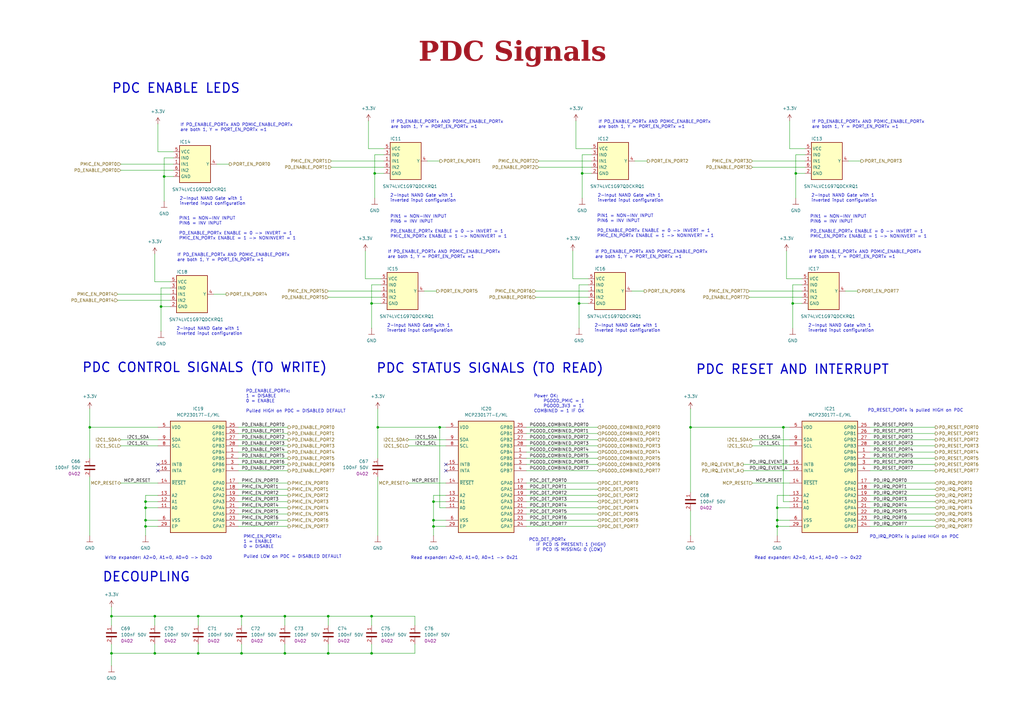
<source format=kicad_sch>
(kicad_sch (version 20250114) (generator "eeschema") (generator_version "9.0")
  (paper "A3")
  (title_block (title "PDC Signals") (date "2026-02-05") (rev "1.0.0") (company "DvidMakesThings"))
  (lib_symbols
    (symbol "DS_Capacitor_0402:100nF 50V 0402"
      (property "Reference" "C" (at 3.81 2.032 0))
      (property "Value" "100nF 50V" (at 3.81 0 0))
      (property "FOOTPRINT_SHORT" "0402" (at 3.81 -2.032 0))
      (symbol "100nF 50V 0402_1_1"
        (pin passive line (at 0 3.81 270) (length 2.794) (name "~") (number "1"))
        (pin passive line (at 0 -3.81 90) (length 2.794) (name "~") (number "2"))
      )
    )
    (symbol "DS_Peripherals:MCP23017T-E/ML"
      (property "Reference" "IC" (at -9.398 24.892 0))
      (property "Value" "MCP23017T-E/ML" (at -0.254 -24.892 0))
      (symbol "MCP23017T-E/ML_1_1"
        (pin power_in line (at -16.51 20.32 0) (length 5.08) (name "VDD") (number "5"))
        (pin bidirectional line (at -16.51 15.24 0) (length 5.08) (name "SDA") (number "9"))
        (pin input line (at -16.51 12.7 0) (length 5.08) (name "SCL") (number "8"))
        (pin no_connect line (at -16.51 10.16 0) (length 5.08) (hide yes) (name "NC") (number "7"))
        (pin no_connect line (at -16.51 7.62 0) (length 5.08) (hide yes) (name "NC") (number "10"))
        (pin tri_state line (at -16.51 5.08 0) (length 5.08) (name "INTB") (number "15"))
        (pin tri_state line (at -16.51 2.54 0) (length 5.08) (name "INTA") (number "16"))
        (pin input line (at -16.51 -2.54 0) (length 5.08) (name "~{RESET}") (number "14"))
        (pin input line (at -16.51 -7.62 0) (length 5.08) (name "A2") (number "13"))
        (pin input line (at -16.51 -10.16 0) (length 5.08) (name "A1") (number "12"))
        (pin input line (at -16.51 -12.7 0) (length 5.08) (name "A0") (number "11"))
        (pin power_in line (at -16.51 -17.78 0) (length 5.08) (name "VSS") (number "6"))
        (pin passive line (at -16.51 -20.32 0) (length 5.08) (name "EP") (number "29"))
        (pin bidirectional line (at 16.51 20.32 180) (length 5.08) (name "GPB0") (number "25"))
        (pin bidirectional line (at 16.51 17.78 180) (length 5.08) (name "GPB1") (number "26"))
        (pin bidirectional line (at 16.51 15.24 180) (length 5.08) (name "GPB2") (number "27"))
        (pin bidirectional line (at 16.51 12.7 180) (length 5.08) (name "GPB3") (number "28"))
        (pin bidirectional line (at 16.51 10.16 180) (length 5.08) (name "GPB4") (number "1"))
        (pin bidirectional line (at 16.51 7.62 180) (length 5.08) (name "GPB5") (number "2"))
        (pin bidirectional line (at 16.51 5.08 180) (length 5.08) (name "GPB6") (number "3"))
        (pin output line (at 16.51 2.54 180) (length 5.08) (name "GPB7") (number "4"))
        (pin bidirectional line (at 16.51 -2.54 180) (length 5.08) (name "GPA0") (number "17"))
        (pin bidirectional line (at 16.51 -5.08 180) (length 5.08) (name "GPA1") (number "18"))
        (pin bidirectional line (at 16.51 -7.62 180) (length 5.08) (name "GPA2") (number "19"))
        (pin bidirectional line (at 16.51 -10.16 180) (length 5.08) (name "GPA3") (number "20"))
        (pin bidirectional line (at 16.51 -12.7 180) (length 5.08) (name "GPA4") (number "21"))
        (pin bidirectional line (at 16.51 -15.24 180) (length 5.08) (name "GPA5") (number "22"))
        (pin bidirectional line (at 16.51 -17.78 180) (length 5.08) (name "GPA6") (number "23"))
        (pin output line (at 16.51 -20.32 180) (length 5.08) (name "GPA7") (number "24"))
      )
    )
    (symbol "DS_Peripherals:SN74LVC1G97QDCKRQ1"
      (property "Reference" "IC" (at -6.35 9.144 0))
      (property "Value" "SN74LVC1G97QDCKRQ1" (at 1.778 -9.652 0))
      (symbol "SN74LVC1G97QDCKRQ1_1_1"
        (pin power_in line (at -8.89 5.08 0) (length 2.54) (name "VCC") (number "5"))
        (pin passive line (at -8.89 2.54 0) (length 2.54) (name "IN0") (number "3"))
        (pin passive line (at -8.89 0 0) (length 2.54) (name "IN1") (number "1"))
        (pin passive line (at -8.89 -2.54 0) (length 2.54) (name "IN2") (number "6"))
        (pin power_in line (at -8.89 -5.08 0) (length 2.54) (name "GND") (number "2"))
        (pin passive line (at 8.89 0 180) (length 2.54) (name "Y") (number "4"))
      )
    )
    (symbol "DS_Supply:GND" (power) (pin_numbers (hide yes)) (pin_names (offset 0) (hide yes))
      (property "Value" "GND" (at 0 -3.81 0))
      (symbol "GND_1_1"
        (pin power_in line (at 0 0 270) (length 0) (name "~") (number "1"))
      )
    )
    (symbol "power:+3.3V" (power) (pin_numbers (hide yes)) (pin_names (offset 0) (hide yes))
      (property "Value" "+3.3V" (at 0 3.556 0))
      (symbol "+3.3V_1_1"
        (pin power_in line (at 0 0 90) (length 0) (name "~") (number "1"))
      )
    )
  )
  (text "2-Input NAND Gate with 1 \ninverted input configuration" (at 331.47 134.62 0) (effects (font (size 1.27 1.27)) (justify left)))
  (text "PIN1 = NON-INV INPUT\nPIN6 = INV INPUT\n\nPD_ENABLE_PORTx ENABLE = 0 -> INVERT = 1\nPMIC_EN_PORTx ENABLE = 1 -> NONINVERT = 1" (at 332.232 92.964 0) (effects (font (size 1.27 1.27)) (justify left)))
  (text "DECOUPLING" (at 41.91 236.728 0) (effects (font (size 3.81 3.81) (thickness 0.508) (bold yes)) (justify left)))
  (text "Write expander: A2=0, A1=0, A0=0 -> 0x20" (at 42.926 228.854 0) (effects (font (size 1.27 1.27)) (justify left)))
  (text "2-Input NAND Gate with 1 \ninverted input configuration" (at 243.84 134.62 0) (effects (font (size 1.27 1.27)) (justify left)))
  (text "If PD_ENABLE_PORTx AND PDMIC_ENABLE_PORTx \nare both 1, Y = PORT_EN_PORTx =1" (at 331.724 104.394 0) (effects (font (size 1.27 1.27)) (justify left)))
  (text "PD_IRQ_PORTx is pulled HIGH on PDC" (at 356.616 220.218 0) (effects (font (size 1.27 1.27)) (justify left)))
  (text "If PD_ENABLE_PORTx AND PDMIC_ENABLE_PORTx \nare both 1, Y = PORT_EN_PORTx =1" (at 332.994 51.054 0) (effects (font (size 1.27 1.27)) (justify left)))
  (text "If PD_ENABLE_PORTx AND PDMIC_ENABLE_PORTx \nare both 1, Y = PORT_EN_PORTx =1" (at 159.004 104.394 0) (effects (font (size 1.27 1.27)) (justify left)))
  (text "If PD_ENABLE_PORTx AND PDMIC_ENABLE_PORTx \nare both 1, Y = PORT_EN_PORTx =1" (at 245.364 51.054 0) (effects (font (size 1.27 1.27)) (justify left)))
  (text "PIN1 = NON-INV INPUT\nPIN6 = INV INPUT\n\nPD_ENABLE_PORTx ENABLE = 0 -> INVERT = 1\nPMIC_EN_PORTx ENABLE = 1 -> NONINVERT = 1" (at 244.856 92.71 0) (effects (font (size 1.27 1.27)) (justify left)))
  (text "If PD_ENABLE_PORTx AND PDMIC_ENABLE_PORTx \nare both 1, Y = PORT_EN_PORTx =1" (at 244.094 104.394 0) (effects (font (size 1.27 1.27)) (justify left)))
  (text "PD_ENABLE_PORTx: \n1 = DISABLE\n0 = ENABLE\n\nPulled HIGH on PDC = DISABLED DEFAULT" (at 100.838 164.592 0) (effects (font (size 1.27 1.27)) (justify left)))
  (text "Read expander: A2=0, A1=1, A0=0 -> 0x22" (at 309.372 228.854 0) (effects (font (size 1.27 1.27)) (justify left)))
  (text "PDC RESET AND INTERRUPT" (at 285.242 151.638 0) (effects (font (size 3.81 3.81) (thickness 0.508) (bold yes)) (justify left)))
  (text "If PD_ENABLE_PORTx AND PDMIC_ENABLE_PORTx \nare both 1, Y = PORT_EN_PORTx =1" (at 160.274 51.054 0) (effects (font (size 1.27 1.27)) (justify left)))
  (text "If PD_ENABLE_PORTx AND PDMIC_ENABLE_PORTx \nare both 1, Y = PORT_EN_PORTx =1" (at 72.644 105.664 0) (effects (font (size 1.27 1.27)) (justify left)))
  (text "2-Input NAND Gate with 1 \ninverted input configuration" (at 158.75 134.62 0) (effects (font (size 1.27 1.27)) (justify left)))
  (text "2-Input NAND Gate with 1 \ninverted input configuration" (at 160.02 81.28 0) (effects (font (size 1.27 1.27)) (justify left)))
  (text "PCD_DET_PORTx \n   IF PCD IS PRESENT: 1 (HIGH)\n   IF PCD IS MISSING: 0 (LOW)" (at 216.916 223.52 0) (effects (font (size 1.27 1.27)) (justify left)))
  (text "PDC STATUS SIGNALS (TO READ)" (at 154.178 151.13 0) (effects (font (size 3.81 3.81) (thickness 0.508) (bold yes)) (justify left)))
  (text "PD_RESET_PORTx is pulled HIGH on PDC" (at 355.854 168.402 0) (effects (font (size 1.27 1.27)) (justify left)))
  (text "2-Input NAND Gate with 1 \ninverted input configuration" (at 245.11 81.28 0) (effects (font (size 1.27 1.27)) (justify left)))
  (text "PIN1 = NON-INV INPUT\nPIN6 = INV INPUT\n\nPD_ENABLE_PORTx ENABLE = 0 -> INVERT = 1\nPMIC_EN_PORTx ENABLE = 1 -> NONINVERT = 1" (at 160.02 92.964 0) (effects (font (size 1.27 1.27)) (justify left)))
  (text "2-Input NAND Gate with 1 \ninverted input configuration" (at 73.66 82.55 0) (effects (font (size 1.27 1.27)) (justify left)))
  (text "2-Input NAND Gate with 1 \ninverted input configuration" (at 332.74 81.28 0) (effects (font (size 1.27 1.27)) (justify left)))
  (text "Read expander: A2=0, A1=0, A0=1 -> 0x21" (at 168.402 228.854 0) (effects (font (size 1.27 1.27)) (justify left)))
  (text "2-Input NAND Gate with 1 \ninverted input configuration" (at 72.39 135.89 0) (effects (font (size 1.27 1.27)) (justify left)))
  (text "PDC CONTROL SIGNALS (TO WRITE)" (at 33.528 150.876 0) (effects (font (size 3.81 3.81) (thickness 0.508) (bold yes)) (justify left)))
  (text "Power OK: \n    PGOOD_PMIC = 1\n    PGOOD_3V3 = 1\nCOMBINED = 1 IF OK" (at 218.948 165.608 0) (effects (font (size 1.27 1.27)) (justify left)))
  (text "If PD_ENABLE_PORTx AND PDMIC_ENABLE_PORTx \nare both 1, Y = PORT_EN_PORTx =1" (at 73.914 52.324 0) (effects (font (size 1.27 1.27)) (justify left)))
  (text "PMIC_EN_PORTx: \n1 = ENABLE\n0 = DISABLE\n\nPulled LOW on PDC = DISABLED DEFAULT" (at 99.822 224.282 0) (effects (font (size 1.27 1.27)) (justify left)))
  (text "PDC ENABLE LEDS" (at 45.72 36.322 0) (effects (font (size 3.81 3.81) (thickness 0.508) (bold yes)) (justify left)))
  (text "PIN1 = NON-INV INPUT\nPIN6 = INV INPUT\n\nPD_ENABLE_PORTx ENABLE = 0 -> INVERT = 1\nPMIC_EN_PORTx ENABLE = 1 -> NONINVERT = 1" (at 73.406 93.726 0) (effects (font (size 1.27 1.27)) (justify left)))
  (text_box "PDC Signals" (at 12.7 15.24 0) (size 394.97 12.7) (margins 5.9999 5.9999 5.9999 5.9999) (stroke (width -0.0001)) (effects (font (size 8 8) (thickness 1.2) (bold yes))))
  (junction (at 153.67 71.12))
  (junction (at 99.06 267.97))
  (junction (at 237.49 124.46))
  (junction (at 59.69 215.9))
  (junction (at 59.69 208.28))
  (junction (at 152.4 124.46))
  (junction (at 116.84 267.97))
  (junction (at 154.94 175.26))
  (junction (at 63.5 267.97))
  (junction (at 318.77 215.9))
  (junction (at 326.39 71.12))
  (junction (at 152.4 252.73))
  (junction (at 283.21 175.26))
  (junction (at 318.77 208.28))
  (junction (at 177.8 213.36))
  (junction (at 238.76 71.12))
  (junction (at 63.5 252.73))
  (junction (at 36.83 175.26))
  (junction (at 81.28 267.97))
  (junction (at 59.69 205.74))
  (junction (at 134.62 252.73))
  (junction (at 66.04 125.73))
  (junction (at 180.34 175.26))
  (junction (at 45.72 267.97))
  (junction (at 177.8 205.74))
  (junction (at 116.84 252.73))
  (junction (at 99.06 252.73))
  (junction (at 177.8 215.9))
  (junction (at 325.12 124.46))
  (junction (at 318.77 213.36))
  (junction (at 134.62 267.97))
  (junction (at 67.31 72.39))
  (junction (at 45.72 252.73))
  (junction (at 152.4 267.97))
  (junction (at 59.69 213.36))
  (junction (at 81.28 252.73))
  (junction (at 321.31 175.26))
  (no_connect (at 64.77 190.5))
  (no_connect (at 64.77 193.04))
  (no_connect (at 182.88 193.04))
  (no_connect (at 182.88 190.5))
  (wire (pts (xy 220.98 66.04) (xy 242.57 66.04)))
  (wire (pts (xy 326.39 71.12) (xy 326.39 81.28)))
  (wire (pts (xy 59.69 215.9) (xy 59.69 219.71)))
  (wire (pts (xy 81.28 252.73) (xy 81.28 256.54)))
  (wire (pts (xy 215.9 175.26) (xy 245.11 175.26)))
  (wire (pts (xy 215.9 198.12) (xy 245.11 198.12)))
  (wire (pts (xy 177.8 213.36) (xy 182.88 213.36)))
  (wire (pts (xy 64.77 62.23) (xy 71.12 62.23)))
  (wire (pts (xy 264.16 119.38) (xy 259.08 119.38)))
  (wire (pts (xy 215.9 190.5) (xy 245.11 190.5)))
  (wire (pts (xy 321.31 205.74) (xy 321.31 175.26)))
  (wire (pts (xy 151.13 49.53) (xy 151.13 60.96)))
  (wire (pts (xy 152.4 124.46) (xy 152.4 134.62)))
  (wire (pts (xy 383.54 190.5) (xy 356.87 190.5)))
  (wire (pts (xy 383.54 193.04) (xy 356.87 193.04)))
  (wire (pts (xy 135.89 66.04) (xy 157.48 66.04)))
  (wire (pts (xy 177.8 213.36) (xy 177.8 215.9)))
  (wire (pts (xy 134.62 267.97) (xy 152.4 267.97)))
  (wire (pts (xy 283.21 175.26) (xy 321.31 175.26)))
  (wire (pts (xy 97.79 200.66) (xy 118.11 200.66)))
  (wire (pts (xy 215.9 203.2) (xy 245.11 203.2)))
  (wire (pts (xy 304.8 190.5) (xy 323.85 190.5)))
  (wire (pts (xy 64.77 50.8) (xy 64.77 62.23)))
  (wire (pts (xy 237.49 116.84) (xy 237.49 124.46)))
  (wire (pts (xy 383.54 198.12) (xy 356.87 198.12)))
  (wire (pts (xy 49.53 67.31) (xy 71.12 67.31)))
  (wire (pts (xy 59.69 213.36) (xy 64.77 213.36)))
  (wire (pts (xy 318.77 208.28) (xy 323.85 208.28)))
  (wire (pts (xy 134.62 121.92) (xy 156.21 121.92)))
  (wire (pts (xy 322.58 114.3) (xy 328.93 114.3)))
  (wire (pts (xy 242.57 63.5) (xy 238.76 63.5)))
  (wire (pts (xy 45.72 252.73) (xy 45.72 256.54)))
  (wire (pts (xy 177.8 215.9) (xy 177.8 219.71)))
  (wire (pts (xy 99.06 252.73) (xy 99.06 256.54)))
  (wire (pts (xy 92.71 120.65) (xy 87.63 120.65)))
  (wire (pts (xy 383.54 185.42) (xy 356.87 185.42)))
  (wire (pts (xy 323.85 205.74) (xy 321.31 205.74)))
  (wire (pts (xy 97.79 215.9) (xy 118.11 215.9)))
  (wire (pts (xy 59.69 203.2) (xy 59.69 205.74)))
  (wire (pts (xy 383.54 200.66) (xy 356.87 200.66)))
  (wire (pts (xy 152.4 267.97) (xy 170.18 267.97)))
  (wire (pts (xy 157.48 71.12) (xy 153.67 71.12)))
  (wire (pts (xy 36.83 167.64) (xy 36.83 175.26)))
  (wire (pts (xy 59.69 215.9) (xy 64.77 215.9)))
  (wire (pts (xy 283.21 167.64) (xy 283.21 175.26)))
  (wire (pts (xy 156.21 116.84) (xy 152.4 116.84)))
  (wire (pts (xy 241.3 124.46) (xy 237.49 124.46)))
  (wire (pts (xy 152.4 267.97) (xy 152.4 264.16)))
  (wire (pts (xy 97.79 187.96) (xy 118.11 187.96)))
  (wire (pts (xy 153.67 71.12) (xy 153.67 81.28)))
  (wire (pts (xy 97.79 177.8) (xy 118.11 177.8)))
  (wire (pts (xy 215.9 208.28) (xy 245.11 208.28)))
  (wire (pts (xy 318.77 203.2) (xy 318.77 208.28)))
  (wire (pts (xy 215.9 200.66) (xy 245.11 200.66)))
  (wire (pts (xy 238.76 63.5) (xy 238.76 71.12)))
  (wire (pts (xy 318.77 213.36) (xy 318.77 215.9)))
  (wire (pts (xy 308.61 180.34) (xy 323.85 180.34)))
  (wire (pts (xy 59.69 205.74) (xy 59.69 208.28)))
  (wire (pts (xy 182.88 208.28) (xy 180.34 208.28)))
  (wire (pts (xy 179.07 119.38) (xy 173.99 119.38)))
  (wire (pts (xy 242.57 71.12) (xy 238.76 71.12)))
  (wire (pts (xy 81.28 252.73) (xy 99.06 252.73)))
  (wire (pts (xy 182.88 175.26) (xy 180.34 175.26)))
  (wire (pts (xy 283.21 175.26) (xy 283.21 201.93)))
  (wire (pts (xy 328.93 116.84) (xy 325.12 116.84)))
  (wire (pts (xy 318.77 213.36) (xy 323.85 213.36)))
  (wire (pts (xy 59.69 208.28) (xy 59.69 213.36)))
  (wire (pts (xy 134.62 252.73) (xy 152.4 252.73)))
  (wire (pts (xy 234.95 114.3) (xy 241.3 114.3)))
  (wire (pts (xy 241.3 116.84) (xy 237.49 116.84)))
  (wire (pts (xy 63.5 267.97) (xy 81.28 267.97)))
  (wire (pts (xy 63.5 252.73) (xy 81.28 252.73)))
  (wire (pts (xy 383.54 205.74) (xy 356.87 205.74)))
  (wire (pts (xy 383.54 208.28) (xy 356.87 208.28)))
  (wire (pts (xy 180.34 66.04) (xy 175.26 66.04)))
  (wire (pts (xy 71.12 64.77) (xy 67.31 64.77)))
  (wire (pts (xy 170.18 252.73) (xy 170.18 256.54)))
  (wire (pts (xy 215.9 185.42) (xy 245.11 185.42)))
  (wire (pts (xy 134.62 267.97) (xy 134.62 264.16)))
  (wire (pts (xy 177.8 215.9) (xy 182.88 215.9)))
  (wire (pts (xy 318.77 215.9) (xy 323.85 215.9)))
  (wire (pts (xy 177.8 203.2) (xy 177.8 205.74)))
  (wire (pts (xy 321.31 175.26) (xy 323.85 175.26)))
  (wire (pts (xy 383.54 203.2) (xy 356.87 203.2)))
  (wire (pts (xy 66.04 125.73) (xy 66.04 135.89)))
  (wire (pts (xy 135.89 68.58) (xy 157.48 68.58)))
  (wire (pts (xy 152.4 252.73) (xy 152.4 256.54)))
  (wire (pts (xy 308.61 68.58) (xy 330.2 68.58)))
  (wire (pts (xy 45.72 273.05) (xy 45.72 267.97)))
  (wire (pts (xy 116.84 252.73) (xy 134.62 252.73)))
  (wire (pts (xy 152.4 252.73) (xy 170.18 252.73)))
  (wire (pts (xy 383.54 187.96) (xy 356.87 187.96)))
  (wire (pts (xy 81.28 267.97) (xy 99.06 267.97)))
  (wire (pts (xy 326.39 63.5) (xy 326.39 71.12)))
  (wire (pts (xy 149.86 102.87) (xy 149.86 114.3)))
  (wire (pts (xy 97.79 193.04) (xy 118.11 193.04)))
  (wire (pts (xy 383.54 177.8) (xy 356.87 177.8)))
  (wire (pts (xy 97.79 210.82) (xy 118.11 210.82)))
  (wire (pts (xy 234.95 102.87) (xy 234.95 114.3)))
  (wire (pts (xy 215.9 177.8) (xy 245.11 177.8)))
  (wire (pts (xy 99.06 267.97) (xy 99.06 264.16)))
  (wire (pts (xy 323.85 203.2) (xy 318.77 203.2)))
  (wire (pts (xy 167.64 180.34) (xy 182.88 180.34)))
  (wire (pts (xy 328.93 124.46) (xy 325.12 124.46)))
  (wire (pts (xy 134.62 252.73) (xy 134.62 256.54)))
  (wire (pts (xy 99.06 252.73) (xy 116.84 252.73)))
  (wire (pts (xy 151.13 60.96) (xy 157.48 60.96)))
  (wire (pts (xy 323.85 49.53) (xy 323.85 60.96)))
  (wire (pts (xy 48.26 123.19) (xy 69.85 123.19)))
  (wire (pts (xy 215.9 193.04) (xy 245.11 193.04)))
  (wire (pts (xy 49.53 198.12) (xy 64.77 198.12)))
  (wire (pts (xy 93.98 67.31) (xy 88.9 67.31)))
  (wire (pts (xy 330.2 71.12) (xy 326.39 71.12)))
  (wire (pts (xy 45.72 252.73) (xy 63.5 252.73)))
  (wire (pts (xy 325.12 124.46) (xy 325.12 134.62)))
  (wire (pts (xy 59.69 213.36) (xy 59.69 215.9)))
  (wire (pts (xy 215.9 213.36) (xy 245.11 213.36)))
  (wire (pts (xy 45.72 248.92) (xy 45.72 252.73)))
  (wire (pts (xy 48.26 120.65) (xy 69.85 120.65)))
  (wire (pts (xy 220.98 68.58) (xy 242.57 68.58)))
  (wire (pts (xy 64.77 175.26) (xy 36.83 175.26)))
  (wire (pts (xy 64.77 203.2) (xy 59.69 203.2)))
  (wire (pts (xy 325.12 116.84) (xy 325.12 124.46)))
  (wire (pts (xy 49.53 182.88) (xy 64.77 182.88)))
  (wire (pts (xy 383.54 215.9) (xy 356.87 215.9)))
  (wire (pts (xy 170.18 267.97) (xy 170.18 264.16)))
  (wire (pts (xy 318.77 215.9) (xy 318.77 219.71)))
  (wire (pts (xy 71.12 72.39) (xy 67.31 72.39)))
  (wire (pts (xy 383.54 210.82) (xy 356.87 210.82)))
  (wire (pts (xy 49.53 69.85) (xy 71.12 69.85)))
  (wire (pts (xy 156.21 124.46) (xy 152.4 124.46)))
  (wire (pts (xy 383.54 182.88) (xy 356.87 182.88)))
  (wire (pts (xy 63.5 104.14) (xy 63.5 115.57)))
  (wire (pts (xy 167.64 198.12) (xy 182.88 198.12)))
  (wire (pts (xy 237.49 124.46) (xy 237.49 134.62)))
  (wire (pts (xy 304.8 193.04) (xy 323.85 193.04)))
  (wire (pts (xy 318.77 208.28) (xy 318.77 213.36)))
  (wire (pts (xy 97.79 208.28) (xy 118.11 208.28)))
  (wire (pts (xy 180.34 175.26) (xy 154.94 175.26)))
  (wire (pts (xy 307.34 121.92) (xy 328.93 121.92)))
  (wire (pts (xy 236.22 49.53) (xy 236.22 60.96)))
  (wire (pts (xy 97.79 185.42) (xy 118.11 185.42)))
  (wire (pts (xy 36.83 219.71) (xy 36.83 195.58)))
  (wire (pts (xy 97.79 205.74) (xy 118.11 205.74)))
  (wire (pts (xy 265.43 66.04) (xy 260.35 66.04)))
  (wire (pts (xy 236.22 60.96) (xy 242.57 60.96)))
  (wire (pts (xy 45.72 267.97) (xy 63.5 267.97)))
  (wire (pts (xy 351.79 119.38) (xy 346.71 119.38)))
  (wire (pts (xy 383.54 180.34) (xy 356.87 180.34)))
  (wire (pts (xy 49.53 180.34) (xy 64.77 180.34)))
  (wire (pts (xy 167.64 182.88) (xy 182.88 182.88)))
  (wire (pts (xy 308.61 66.04) (xy 330.2 66.04)))
  (wire (pts (xy 97.79 190.5) (xy 118.11 190.5)))
  (wire (pts (xy 63.5 115.57) (xy 69.85 115.57)))
  (wire (pts (xy 215.9 215.9) (xy 245.11 215.9)))
  (wire (pts (xy 308.61 182.88) (xy 323.85 182.88)))
  (wire (pts (xy 154.94 219.71) (xy 154.94 195.58)))
  (wire (pts (xy 383.54 175.26) (xy 356.87 175.26)))
  (wire (pts (xy 177.8 205.74) (xy 182.88 205.74)))
  (wire (pts (xy 215.9 187.96) (xy 245.11 187.96)))
  (wire (pts (xy 63.5 252.73) (xy 63.5 256.54)))
  (wire (pts (xy 283.21 219.71) (xy 283.21 209.55)))
  (wire (pts (xy 99.06 267.97) (xy 116.84 267.97)))
  (wire (pts (xy 152.4 116.84) (xy 152.4 124.46)))
  (wire (pts (xy 45.72 267.97) (xy 45.72 264.16)))
  (wire (pts (xy 215.9 210.82) (xy 245.11 210.82)))
  (wire (pts (xy 330.2 63.5) (xy 326.39 63.5)))
  (wire (pts (xy 154.94 167.64) (xy 154.94 175.26)))
  (wire (pts (xy 97.79 213.36) (xy 118.11 213.36)))
  (wire (pts (xy 383.54 213.36) (xy 356.87 213.36)))
  (wire (pts (xy 69.85 125.73) (xy 66.04 125.73)))
  (wire (pts (xy 97.79 203.2) (xy 118.11 203.2)))
  (wire (pts (xy 67.31 72.39) (xy 67.31 82.55)))
  (wire (pts (xy 59.69 208.28) (xy 64.77 208.28)))
  (wire (pts (xy 215.9 205.74) (xy 245.11 205.74)))
  (wire (pts (xy 116.84 267.97) (xy 134.62 267.97)))
  (wire (pts (xy 66.04 118.11) (xy 66.04 125.73)))
  (wire (pts (xy 149.86 114.3) (xy 156.21 114.3)))
  (wire (pts (xy 134.62 119.38) (xy 156.21 119.38)))
  (wire (pts (xy 322.58 102.87) (xy 322.58 114.3)))
  (wire (pts (xy 69.85 118.11) (xy 66.04 118.11)))
  (wire (pts (xy 97.79 175.26) (xy 118.11 175.26)))
  (wire (pts (xy 157.48 63.5) (xy 153.67 63.5)))
  (wire (pts (xy 323.85 60.96) (xy 330.2 60.96)))
  (wire (pts (xy 182.88 203.2) (xy 177.8 203.2)))
  (wire (pts (xy 215.9 182.88) (xy 245.11 182.88)))
  (wire (pts (xy 219.71 121.92) (xy 241.3 121.92)))
  (wire (pts (xy 63.5 267.97) (xy 63.5 264.16)))
  (wire (pts (xy 238.76 71.12) (xy 238.76 81.28)))
  (wire (pts (xy 177.8 205.74) (xy 177.8 213.36)))
  (wire (pts (xy 307.34 119.38) (xy 328.93 119.38)))
  (wire (pts (xy 353.06 66.04) (xy 347.98 66.04)))
  (wire (pts (xy 219.71 119.38) (xy 241.3 119.38)))
  (wire (pts (xy 116.84 252.73) (xy 116.84 256.54)))
  (wire (pts (xy 97.79 180.34) (xy 118.11 180.34)))
  (wire (pts (xy 97.79 198.12) (xy 118.11 198.12)))
  (wire (pts (xy 81.28 267.97) (xy 81.28 264.16)))
  (wire (pts (xy 36.83 175.26) (xy 36.83 187.96)))
  (wire (pts (xy 97.79 182.88) (xy 118.11 182.88)))
  (wire (pts (xy 154.94 175.26) (xy 154.94 187.96)))
  (wire (pts (xy 116.84 267.97) (xy 116.84 264.16)))
  (wire (pts (xy 215.9 180.34) (xy 245.11 180.34)))
  (wire (pts (xy 59.69 205.74) (xy 64.77 205.74)))
  (wire (pts (xy 67.31 64.77) (xy 67.31 72.39)))
  (wire (pts (xy 180.34 208.28) (xy 180.34 175.26)))
  (wire (pts (xy 308.61 198.12) (xy 323.85 198.12)))
  (wire (pts (xy 153.67 63.5) (xy 153.67 71.12)))
  (label "PDC_DET_PORT0" (at 217.17 198.12 0))
  (label "PD_ENABLE_PORT5" (at 99.06 187.96 0))
  (label "PD_RESET_PORT5" (at 358.14 187.96 0))
  (label "MCP_RESET" (at 50.8 198.12 0))
  (label "PD_IRQ_EVENT_A" (at 307.34 193.04 0))
  (label "MCP_RESET" (at 309.88 198.12 0))
  (label "PD_IRQ_PORT5" (at 358.14 210.82 0))
  (label "I2C1_SDA" (at 52.07 180.34 0))
  (label "PD_RESET_PORT2" (at 358.14 180.34 0))
  (label "I2C1_SCL" (at 311.15 182.88 0))
  (label "PMIC_EN_PORT3" (at 99.06 205.74 0))
  (label "PMIC_EN_PORT1" (at 99.06 200.66 0))
  (label "I2C1_SCL" (at 52.07 182.88 0))
  (label "PD_IRQ_PORT4" (at 358.14 208.28 0))
  (label "PD_IRQ_PORT6" (at 358.14 213.36 0))
  (label "PD_RESET_PORT1" (at 358.14 177.8 0))
  (label "PD_IRQ_PORT1" (at 358.14 200.66 0))
  (label "PD_IRQ_PORT3" (at 358.14 205.74 0))
  (label "PGOOD_COMBINED_PORT3" (at 217.17 182.88 0))
  (label "PDC_DET_PORT2" (at 217.17 203.2 0))
  (label "I2C1_SCL" (at 170.18 182.88 0))
  (label "PD_ENABLE_PORT1" (at 99.06 177.8 0))
  (label "PD_ENABLE_PORT7" (at 99.06 193.04 0))
  (label "PD_RESET_PORT4" (at 358.14 185.42 0))
  (label "PMIC_EN_PORT6" (at 99.06 213.36 0))
  (label "MCP_RESET" (at 168.91 198.12 0))
  (label "I2C1_SDA" (at 311.15 180.34 0))
  (label "PGOOD_COMBINED_PORT1" (at 217.17 177.8 0))
  (label "PGOOD_COMBINED_PORT5" (at 217.17 187.96 0))
  (label "PDC_DET_PORT4" (at 217.17 208.28 0))
  (label "PDC_DET_PORT6" (at 217.17 213.36 0))
  (label "PD_IRQ_PORT7" (at 358.14 215.9 0))
  (label "PGOOD_COMBINED_PORT0" (at 217.17 175.26 0))
  (label "PMIC_EN_PORT5" (at 99.06 210.82 0))
  (label "PMIC_EN_PORT0" (at 99.06 198.12 0))
  (label "PD_RESET_PORT7" (at 358.14 193.04 0))
  (label "PD_IRQ_EVENT_B" (at 307.34 190.5 0))
  (label "PMIC_EN_PORT7" (at 99.06 215.9 0))
  (label "PGOOD_COMBINED_PORT7" (at 217.17 193.04 0))
  (label "PD_ENABLE_PORT6" (at 99.06 190.5 0))
  (label "PD_RESET_PORT6" (at 358.14 190.5 0))
  (label "PD_ENABLE_PORT3" (at 99.06 182.88 0))
  (label "PD_RESET_PORT3" (at 358.14 182.88 0))
  (label "PGOOD_COMBINED_PORT2" (at 217.17 180.34 0))
  (label "PGOOD_COMBINED_PORT6" (at 217.17 190.5 0))
  (label "PD_ENABLE_PORT0" (at 99.06 175.26 0))
  (label "PD_IRQ_PORT0" (at 358.14 198.12 0))
  (label "PD_RESET_PORT0" (at 358.14 175.26 0))
  (label "PMIC_EN_PORT4" (at 99.06 208.28 0))
  (label "PDC_DET_PORT1" (at 217.17 200.66 0))
  (label "PDC_DET_PORT3" (at 217.17 205.74 0))
  (label "PD_IRQ_PORT2" (at 358.14 203.2 0))
  (label "PMIC_EN_PORT2" (at 99.06 203.2 0))
  (label "PDC_DET_PORT7" (at 217.17 215.9 0))
  (label "PD_ENABLE_PORT2" (at 99.06 180.34 0))
  (label "I2C1_SDA" (at 170.18 180.34 0))
  (label "PGOOD_COMBINED_PORT4" (at 217.17 185.42 0))
  (label "PDC_DET_PORT5" (at 217.17 210.82 0))
  (label "PD_ENABLE_PORT4" (at 99.06 185.42 0))
  (hierarchical_label "PD_ENABLE_PORT2" (shape output) (at 118.11 180.34 0))
  (hierarchical_label "PMIC_EN_PORT3" (shape input) (at 308.61 66.04 180))
  (hierarchical_label "PD_IRQ_PORT3" (shape input) (at 383.54 205.74 0))
  (hierarchical_label "PD_RESET_PORT0" (shape output) (at 383.54 175.26 0))
  (hierarchical_label "PD_ENABLE_PORT3" (shape input) (at 308.61 68.58 180))
  (hierarchical_label "MCP_RESET" (shape bidirectional) (at 49.53 198.12 180))
  (hierarchical_label "PMIC_EN_PORT6" (shape input) (at 219.71 119.38 180))
  (hierarchical_label "PD_ENABLE_PORT1" (shape input) (at 135.89 68.58 180))
  (hierarchical_label "PGOOD_COMBINED_PORT2" (shape input) (at 245.11 180.34 0))
  (hierarchical_label "I2C1_SDA" (shape bidirectional) (at 308.61 180.34 180))
  (hierarchical_label "PD_ENABLE_PORT3" (shape output) (at 118.11 182.88 0))
  (hierarchical_label "PD_ENABLE_PORT2" (shape input) (at 220.98 68.58 180))
  (hierarchical_label "PMIC_EN_PORT7" (shape input) (at 307.34 119.38 180))
  (hierarchical_label "PORT_EN_PORT0" (shape output) (at 93.98 67.31 0))
  (hierarchical_label "PD_RESET_PORT5" (shape output) (at 383.54 187.96 0))
  (hierarchical_label "PGOOD_COMBINED_PORT7" (shape input) (at 245.11 193.04 0))
  (hierarchical_label "PGOOD_COMBINED_PORT0" (shape input) (at 245.11 175.26 0))
  (hierarchical_label "PDC_DET_PORT2" (shape input) (at 245.11 203.2 0))
  (hierarchical_label "PD_RESET_PORT1" (shape output) (at 383.54 177.8 0))
  (hierarchical_label "PGOOD_COMBINED_PORT6" (shape input) (at 245.11 190.5 0))
  (hierarchical_label "PORT_EN_PORT7" (shape output) (at 351.79 119.38 0))
  (hierarchical_label "PDC_DET_PORT5" (shape input) (at 245.11 210.82 0))
  (hierarchical_label "PGOOD_COMBINED_PORT5" (shape input) (at 245.11 187.96 0))
  (hierarchical_label "PORT_EN_PORT1" (shape output) (at 180.34 66.04 0))
  (hierarchical_label "PD_IRQ_PORT0" (shape input) (at 383.54 198.12 0))
  (hierarchical_label "I2C1_SCL" (shape input) (at 49.53 182.88 180))
  (hierarchical_label "PD_IRQ_EVENT_A" (shape output) (at 304.8 193.04 180))
  (hierarchical_label "PMIC_EN_PORT4" (shape output) (at 118.11 208.28 0))
  (hierarchical_label "PD_IRQ_EVENT_B" (shape output) (at 304.8 190.5 180))
  (hierarchical_label "PD_RESET_PORT2" (shape output) (at 383.54 180.34 0))
  (hierarchical_label "PMIC_EN_PORT1" (shape input) (at 135.89 66.04 180))
  (hierarchical_label "PD_ENABLE_PORT1" (shape output) (at 118.11 177.8 0))
  (hierarchical_label "PD_IRQ_PORT4" (shape input) (at 383.54 208.28 0))
  (hierarchical_label "PD_ENABLE_PORT0" (shape input) (at 49.53 69.85 180))
  (hierarchical_label "PORT_EN_PORT6" (shape output) (at 264.16 119.38 0))
  (hierarchical_label "PD_IRQ_PORT1" (shape input) (at 383.54 200.66 0))
  (hierarchical_label "PDC_DET_PORT0" (shape input) (at 245.11 198.12 0))
  (hierarchical_label "PMIC_EN_PORT4" (shape input) (at 48.26 120.65 180))
  (hierarchical_label "PMIC_EN_PORT1" (shape output) (at 118.11 200.66 0))
  (hierarchical_label "PD_ENABLE_PORT4" (shape output) (at 118.11 185.42 0))
  (hierarchical_label "I2C1_SCL" (shape input) (at 167.64 182.88 180))
  (hierarchical_label "PD_IRQ_PORT5" (shape input) (at 383.54 210.82 0))
  (hierarchical_label "PMIC_EN_PORT5" (shape output) (at 118.11 210.82 0))
  (hierarchical_label "PORT_EN_PORT5" (shape output) (at 179.07 119.38 0))
  (hierarchical_label "PDC_DET_PORT4" (shape input) (at 245.11 208.28 0))
  (hierarchical_label "PMIC_EN_PORT6" (shape output) (at 118.11 213.36 0))
  (hierarchical_label "I2C1_SDA" (shape bidirectional) (at 49.53 180.34 180))
  (hierarchical_label "I2C1_SDA" (shape bidirectional) (at 167.64 180.34 180))
  (hierarchical_label "PDC_DET_PORT3" (shape input) (at 245.11 205.74 0))
  (hierarchical_label "PD_ENABLE_PORT0" (shape output) (at 118.11 175.26 0))
  (hierarchical_label "PORT_EN_PORT4" (shape output) (at 92.71 120.65 0))
  (hierarchical_label "PMIC_EN_PORT2" (shape output) (at 118.11 203.2 0))
  (hierarchical_label "PORT_EN_PORT2" (shape output) (at 265.43 66.04 0))
  (hierarchical_label "PD_ENABLE_PORT6" (shape output) (at 118.11 190.5 0))
  (hierarchical_label "PD_ENABLE_PORT5" (shape output) (at 118.11 187.96 0))
  (hierarchical_label "PGOOD_COMBINED_PORT1" (shape input) (at 245.11 177.8 0))
  (hierarchical_label "PD_RESET_PORT4" (shape output) (at 383.54 185.42 0))
  (hierarchical_label "PGOOD_COMBINED_PORT4" (shape input) (at 245.11 185.42 0))
  (hierarchical_label "PD_ENABLE_PORT4" (shape input) (at 48.26 123.19 180))
  (hierarchical_label "PGOOD_COMBINED_PORT3" (shape input) (at 245.11 182.88 0))
  (hierarchical_label "PMIC_EN_PORT7" (shape output) (at 118.11 215.9 0))
  (hierarchical_label "PD_RESET_PORT3" (shape output) (at 383.54 182.88 0))
  (hierarchical_label "PMIC_EN_PORT0" (shape output) (at 118.11 198.12 0))
  (hierarchical_label "PMIC_EN_PORT5" (shape input) (at 134.62 119.38 180))
  (hierarchical_label "PMIC_EN_PORT0" (shape input) (at 49.53 67.31 180))
  (hierarchical_label "PD_ENABLE_PORT7" (shape output) (at 118.11 193.04 0))
  (hierarchical_label "PD_ENABLE_PORT5" (shape input) (at 134.62 121.92 180))
  (hierarchical_label "PDC_DET_PORT6" (shape input) (at 245.11 213.36 0))
  (hierarchical_label "PD_ENABLE_PORT7" (shape input) (at 307.34 121.92 180))
  (hierarchical_label "PD_RESET_PORT7" (shape output) (at 383.54 193.04 0))
  (hierarchical_label "I2C1_SCL" (shape input) (at 308.61 182.88 180))
  (hierarchical_label "PD_ENABLE_PORT6" (shape input) (at 219.71 121.92 180))
  (hierarchical_label "MCP_RESET" (shape input) (at 308.61 198.12 180))
  (hierarchical_label "PDC_DET_PORT1" (shape input) (at 245.11 200.66 0))
  (hierarchical_label "PD_IRQ_PORT7" (shape input) (at 383.54 215.9 0))
  (hierarchical_label "PMIC_EN_PORT3" (shape output) (at 118.11 205.74 0))
  (hierarchical_label "PORT_EN_PORT3" (shape output) (at 353.06 66.04 0))
  (hierarchical_label "PMIC_EN_PORT2" (shape input) (at 220.98 66.04 180))
  (hierarchical_label "PD_IRQ_PORT2" (shape input) (at 383.54 203.2 0))
  (hierarchical_label "PDC_DET_PORT7" (shape input) (at 245.11 215.9 0))
  (hierarchical_label "PD_IRQ_PORT6" (shape input) (at 383.54 213.36 0))
  (hierarchical_label "PD_RESET_PORT6" (shape output) (at 383.54 190.5 0))
  (hierarchical_label "MCP_RESET" (shape bidirectional) (at 167.64 198.12 180))
  (symbol (lib_id "DS_Capacitor_0402:100nF 50V 0402") (at 283.21 205.74 0) (unit 1)
    (property "Reference" "C68" (at 287.02 203.1999 0) (effects (justify left)))
    (property "Value" "100nF 50V" (at 287.02 205.7399 0) (effects (justify left)))
    (property "Footprint" "Capacitor_SMD:C_0402_1005Metric" (effects (hide yes)))
    (property "Description" "50V 100nF X7R ±10% 0402 Multilayer Ceramic Capacitors MLCC - SMD/SMT ROHS" (effects (hide yes)))
    (property "FOOTPRINT_SHORT" "0402" (at 287.02 208.2799 0) (effects (justify left)))
    (property "ROHS" "YES" (effects (hide yes)))
    (property "LCSC_PART" "C307331" (effects (hide yes)))
  )
  (symbol (lib_id "power:+3.3V") (at 149.86 102.87 0) (unit 1)
    (property "Reference" "#PWR0207" (effects (hide yes)))
    (property "Value" "+3.3V" (at 149.86 97.79 0))
    (property "Description" "Power symbol creates a global label with name \"+3.3V\"" (effects (hide yes)))
  )
  (symbol (lib_id "DS_Supply:GND") (at 283.21 219.71 0) (unit 1)
    (property "Reference" "#PWR0222" (effects (hide yes)))
    (property "Value" "GND" (at 283.21 224.79 0))
    (property "Description" "Power symbol creates a global label with name \"GND\" , ground" (effects (hide yes)))
  )
  (symbol (lib_id "DS_Peripherals:MCP23017T-E/ML") (at 199.39 195.58 0) (unit 1)
    (property "Reference" "IC20" (at 199.39 167.64 0))
    (property "Value" "MCP23017T-E/ML" (at 199.39 170.18 0))
    (property "Footprint" "DS_Peripherals:QFN-28-1EP_6x6mm_P0.65mm_EP4.25x4.25mm_ThermalVias" (effects (hide yes)))
    (property "Datasheet" "https://ww1.microchip.com/downloads/aemDocuments/documents/APID/ProductDocuments/DataSheets/MCP23017-Data-Sheet-DS20001952.pdf" (effects (hide yes)))
    (property "Description" "I/O Expander 16 I2C 1.7 MHz 28-QFN (6x6)" (effects (hide yes)))
    (property "MPN" "MCP23017T-E/ML" (effects (hide yes)))
    (property "MFR" "Microchip Technology" (effects (hide yes)))
    (property "LCSC_PART" "C629439" (effects (hide yes)))
    (property "DIST1" "https://www.digikey.at/en/products/detail/microchip-technology/MCP23017T-E-ML/964183" (effects (hide yes)))
    (property "ROHS" "YES" (effects (hide yes)))
  )
  (symbol (lib_id "power:+3.3V") (at 154.94 167.64 0) (mirror y) (unit 1)
    (property "Reference" "#PWR0216" (effects (hide yes)))
    (property "Value" "+3.3V" (at 154.94 162.56 0))
    (property "Description" "Power symbol creates a global label with name \"+3.3V\"" (effects (hide yes)))
  )
  (symbol (lib_id "DS_Capacitor_0402:100nF 50V 0402") (at 99.06 260.35 0) (unit 1)
    (property "Reference" "C72" (at 102.87 257.8099 0) (effects (justify left)))
    (property "Value" "100nF 50V" (at 102.87 260.3499 0) (effects (justify left)))
    (property "Footprint" "Capacitor_SMD:C_0402_1005Metric" (effects (hide yes)))
    (property "Description" "50V 100nF X7R ±10% 0402 Multilayer Ceramic Capacitors MLCC - SMD/SMT ROHS" (effects (hide yes)))
    (property "FOOTPRINT_SHORT" "0402" (at 102.87 262.8899 0) (effects (justify left)))
    (property "ROHS" "YES" (effects (hide yes)))
    (property "LCSC_PART" "C307331" (effects (hide yes)))
  )
  (symbol (lib_id "power:+3.3V") (at 234.95 102.87 0) (unit 1)
    (property "Reference" "#PWR0208" (effects (hide yes)))
    (property "Value" "+3.3V" (at 234.95 97.79 0))
    (property "Description" "Power symbol creates a global label with name \"+3.3V\"" (effects (hide yes)))
  )
  (symbol (lib_id "power:+3.3V") (at 64.77 50.8 0) (unit 1)
    (property "Reference" "#PWR0202" (effects (hide yes)))
    (property "Value" "+3.3V" (at 64.77 45.72 0))
    (property "Description" "Power symbol creates a global label with name \"+3.3V\"" (effects (hide yes)))
  )
  (symbol (lib_id "DS_Peripherals:SN74LVC1G97QDCKRQ1") (at 166.37 66.04 0) (unit 1)
    (property "Reference" "IC11" (at 162.306 56.896 0))
    (property "Value" "SN74LVC1G97QDCKRQ1" (at 168.148 76.454 0))
    (property "Footprint" "DS_Peripherals:SOT-363_SC-70-6" (effects (hide yes)))
    (property "Datasheet" "https://www.ti.com/general/docs/suppproductinfo.tsp?distId=10&gotoUrl=https%3A%2F%2Fwww.ti.com%2Flit%2Fgpn%2Fsn74lvc1g97-q1" (effects (hide yes)))
    (property "Description" "Configurable Multiple Function Configurable 1 Circuit 3 Input SC-70-6" (effects (hide yes)))
    (property "MPN" "SN74LVC1G97QDCKRQ1" (effects (hide yes)))
    (property "MFR" "Texas Instruments" (effects (hide yes)))
    (property "LCSC_PART" "C179911" (effects (hide yes)))
    (property "DIST1" "https://www.digikey.de/en/products/detail/texas-instruments/sn74lvc1g97qdckrq1/716453" (effects (hide yes)))
    (property "ROHS" "YES" (effects (hide yes)))
  )
  (symbol (lib_id "power:+3.3V") (at 236.22 49.53 0) (unit 1)
    (property "Reference" "#PWR0200" (effects (hide yes)))
    (property "Value" "+3.3V" (at 236.22 44.45 0))
    (property "Description" "Power symbol creates a global label with name \"+3.3V\"" (effects (hide yes)))
  )
  (symbol (lib_id "DS_Capacitor_0402:100nF 50V 0402") (at 170.18 260.35 0) (unit 1)
    (property "Reference" "C76" (at 173.99 257.8099 0) (effects (justify left)))
    (property "Value" "100nF 50V" (at 173.99 260.3499 0) (effects (justify left)))
    (property "Footprint" "Capacitor_SMD:C_0402_1005Metric" (effects (hide yes)))
    (property "Description" "50V 100nF X7R ±10% 0402 Multilayer Ceramic Capacitors MLCC - SMD/SMT ROHS" (effects (hide yes)))
    (property "FOOTPRINT_SHORT" "0402" (at 173.99 262.8899 0) (effects (justify left)))
    (property "ROHS" "YES" (effects (hide yes)))
    (property "LCSC_PART" "C307331" (effects (hide yes)))
  )
  (symbol (lib_id "power:+3.3V") (at 36.83 167.64 0) (mirror y) (unit 1)
    (property "Reference" "#PWR0215" (effects (hide yes)))
    (property "Value" "+3.3V" (at 36.83 162.56 0))
    (property "Description" "Power symbol creates a global label with name \"+3.3V\"" (effects (hide yes)))
  )
  (symbol (lib_id "DS_Supply:GND") (at 325.12 134.62 0) (unit 1)
    (property "Reference" "#PWR0213" (effects (hide yes)))
    (property "Value" "GND" (at 325.12 139.7 0))
    (property "Description" "Power symbol creates a global label with name \"GND\" , ground" (effects (hide yes)))
  )
  (symbol (lib_id "power:+3.3V") (at 322.58 102.87 0) (unit 1)
    (property "Reference" "#PWR0209" (effects (hide yes)))
    (property "Value" "+3.3V" (at 322.58 97.79 0))
    (property "Description" "Power symbol creates a global label with name \"+3.3V\"" (effects (hide yes)))
  )
  (symbol (lib_id "DS_Peripherals:SN74LVC1G97QDCKRQ1") (at 80.01 67.31 0) (unit 1)
    (property "Reference" "IC14" (at 75.946 58.166 0))
    (property "Value" "SN74LVC1G97QDCKRQ1" (at 81.788 77.724 0))
    (property "Footprint" "DS_Peripherals:SOT-363_SC-70-6" (effects (hide yes)))
    (property "Datasheet" "https://www.ti.com/general/docs/suppproductinfo.tsp?distId=10&gotoUrl=https%3A%2F%2Fwww.ti.com%2Flit%2Fgpn%2Fsn74lvc1g97-q1" (effects (hide yes)))
    (property "Description" "Configurable Multiple Function Configurable 1 Circuit 3 Input SC-70-6" (effects (hide yes)))
    (property "MPN" "SN74LVC1G97QDCKRQ1" (effects (hide yes)))
    (property "MFR" "Texas Instruments" (effects (hide yes)))
    (property "LCSC_PART" "C179911" (effects (hide yes)))
    (property "DIST1" "https://www.digikey.de/en/products/detail/texas-instruments/sn74lvc1g97qdckrq1/716453" (effects (hide yes)))
    (property "ROHS" "YES" (effects (hide yes)))
  )
  (symbol (lib_id "DS_Capacitor_0402:100nF 50V 0402") (at 63.5 260.35 0) (unit 1)
    (property "Reference" "C70" (at 67.31 257.8099 0) (effects (justify left)))
    (property "Value" "100nF 50V" (at 67.31 260.3499 0) (effects (justify left)))
    (property "Footprint" "Capacitor_SMD:C_0402_1005Metric" (effects (hide yes)))
    (property "Description" "50V 100nF X7R ±10% 0402 Multilayer Ceramic Capacitors MLCC - SMD/SMT ROHS" (effects (hide yes)))
    (property "FOOTPRINT_SHORT" "0402" (at 67.31 262.8899 0) (effects (justify left)))
    (property "ROHS" "YES" (effects (hide yes)))
    (property "LCSC_PART" "C307331" (effects (hide yes)))
  )
  (symbol (lib_id "DS_Supply:GND") (at 45.72 273.05 0) (unit 1)
    (property "Reference" "#PWR0225" (effects (hide yes)))
    (property "Value" "GND" (at 45.72 278.13 0))
    (property "Description" "Power symbol creates a global label with name \"GND\" , ground" (effects (hide yes)))
  )
  (symbol (lib_id "DS_Supply:GND") (at 67.31 82.55 0) (unit 1)
    (property "Reference" "#PWR0206" (effects (hide yes)))
    (property "Value" "GND" (at 67.31 87.63 0))
    (property "Description" "Power symbol creates a global label with name \"GND\" , ground" (effects (hide yes)))
  )
  (symbol (lib_id "DS_Peripherals:SN74LVC1G97QDCKRQ1") (at 339.09 66.04 0) (unit 1)
    (property "Reference" "IC13" (at 335.026 56.896 0))
    (property "Value" "SN74LVC1G97QDCKRQ1" (at 340.868 76.454 0))
    (property "Footprint" "DS_Peripherals:SOT-363_SC-70-6" (effects (hide yes)))
    (property "Datasheet" "https://www.ti.com/general/docs/suppproductinfo.tsp?distId=10&gotoUrl=https%3A%2F%2Fwww.ti.com%2Flit%2Fgpn%2Fsn74lvc1g97-q1" (effects (hide yes)))
    (property "Description" "Configurable Multiple Function Configurable 1 Circuit 3 Input SC-70-6" (effects (hide yes)))
    (property "MPN" "SN74LVC1G97QDCKRQ1" (effects (hide yes)))
    (property "MFR" "Texas Instruments" (effects (hide yes)))
    (property "LCSC_PART" "C179911" (effects (hide yes)))
    (property "DIST1" "https://www.digikey.de/en/products/detail/texas-instruments/sn74lvc1g97qdckrq1/716453" (effects (hide yes)))
    (property "ROHS" "YES" (effects (hide yes)))
  )
  (symbol (lib_id "power:+3.3V") (at 63.5 104.14 0) (unit 1)
    (property "Reference" "#PWR0210" (effects (hide yes)))
    (property "Value" "+3.3V" (at 63.5 99.06 0))
    (property "Description" "Power symbol creates a global label with name \"+3.3V\"" (effects (hide yes)))
  )
  (symbol (lib_id "DS_Supply:GND") (at 152.4 134.62 0) (unit 1)
    (property "Reference" "#PWR0211" (effects (hide yes)))
    (property "Value" "GND" (at 152.4 139.7 0))
    (property "Description" "Power symbol creates a global label with name \"GND\" , ground" (effects (hide yes)))
  )
  (symbol (lib_id "DS_Supply:GND") (at 59.69 219.71 0) (unit 1)
    (property "Reference" "#PWR0219" (effects (hide yes)))
    (property "Value" "GND" (at 59.69 224.79 0))
    (property "Description" "Power symbol creates a global label with name \"GND\" , ground" (effects (hide yes)))
  )
  (symbol (lib_id "DS_Supply:GND") (at 237.49 134.62 0) (unit 1)
    (property "Reference" "#PWR0212" (effects (hide yes)))
    (property "Value" "GND" (at 237.49 139.7 0))
    (property "Description" "Power symbol creates a global label with name \"GND\" , ground" (effects (hide yes)))
  )
  (symbol (lib_id "DS_Capacitor_0402:100nF 50V 0402") (at 45.72 260.35 0) (unit 1)
    (property "Reference" "C69" (at 49.53 257.8099 0) (effects (justify left)))
    (property "Value" "100nF 50V" (at 49.53 260.3499 0) (effects (justify left)))
    (property "Footprint" "Capacitor_SMD:C_0402_1005Metric" (effects (hide yes)))
    (property "Description" "50V 100nF X7R ±10% 0402 Multilayer Ceramic Capacitors MLCC - SMD/SMT ROHS" (effects (hide yes)))
    (property "FOOTPRINT_SHORT" "0402" (at 49.53 262.8899 0) (effects (justify left)))
    (property "ROHS" "YES" (effects (hide yes)))
    (property "LCSC_PART" "C307331" (effects (hide yes)))
  )
  (symbol (lib_id "DS_Peripherals:SN74LVC1G97QDCKRQ1") (at 165.1 119.38 0) (unit 1)
    (property "Reference" "IC15" (at 161.036 110.236 0))
    (property "Value" "SN74LVC1G97QDCKRQ1" (at 166.878 129.794 0))
    (property "Footprint" "DS_Peripherals:SOT-363_SC-70-6" (effects (hide yes)))
    (property "Datasheet" "https://www.ti.com/general/docs/suppproductinfo.tsp?distId=10&gotoUrl=https%3A%2F%2Fwww.ti.com%2Flit%2Fgpn%2Fsn74lvc1g97-q1" (effects (hide yes)))
    (property "Description" "Configurable Multiple Function Configurable 1 Circuit 3 Input SC-70-6" (effects (hide yes)))
    (property "MPN" "SN74LVC1G97QDCKRQ1" (effects (hide yes)))
    (property "MFR" "Texas Instruments" (effects (hide yes)))
    (property "LCSC_PART" "C179911" (effects (hide yes)))
    (property "DIST1" "https://www.digikey.de/en/products/detail/texas-instruments/sn74lvc1g97qdckrq1/716453" (effects (hide yes)))
    (property "ROHS" "YES" (effects (hide yes)))
  )
  (symbol (lib_id "DS_Peripherals:MCP23017T-E/ML") (at 81.28 195.58 0) (unit 1)
    (property "Reference" "IC19" (at 81.28 167.64 0))
    (property "Value" "MCP23017T-E/ML" (at 81.28 170.18 0))
    (property "Footprint" "DS_Peripherals:QFN-28-1EP_6x6mm_P0.65mm_EP4.25x4.25mm_ThermalVias" (effects (hide yes)))
    (property "Datasheet" "https://ww1.microchip.com/downloads/aemDocuments/documents/APID/ProductDocuments/DataSheets/MCP23017-Data-Sheet-DS20001952.pdf" (effects (hide yes)))
    (property "Description" "I/O Expander 16 I2C 1.7 MHz 28-QFN (6x6)" (effects (hide yes)))
    (property "MPN" "MCP23017T-E/ML" (effects (hide yes)))
    (property "MFR" "Microchip Technology" (effects (hide yes)))
    (property "LCSC_PART" "C629439" (effects (hide yes)))
    (property "DIST1" "https://www.digikey.at/en/products/detail/microchip-technology/MCP23017T-E-ML/964183" (effects (hide yes)))
    (property "ROHS" "YES" (effects (hide yes)))
  )
  (symbol (lib_id "DS_Supply:GND") (at 238.76 81.28 0) (unit 1)
    (property "Reference" "#PWR0204" (effects (hide yes)))
    (property "Value" "GND" (at 238.76 86.36 0))
    (property "Description" "Power symbol creates a global label with name \"GND\" , ground" (effects (hide yes)))
  )
  (symbol (lib_id "DS_Peripherals:SN74LVC1G97QDCKRQ1") (at 250.19 119.38 0) (unit 1)
    (property "Reference" "IC16" (at 246.126 110.236 0))
    (property "Value" "SN74LVC1G97QDCKRQ1" (at 251.968 129.794 0))
    (property "Footprint" "DS_Peripherals:SOT-363_SC-70-6" (effects (hide yes)))
    (property "Datasheet" "https://www.ti.com/general/docs/suppproductinfo.tsp?distId=10&gotoUrl=https%3A%2F%2Fwww.ti.com%2Flit%2Fgpn%2Fsn74lvc1g97-q1" (effects (hide yes)))
    (property "Description" "Configurable Multiple Function Configurable 1 Circuit 3 Input SC-70-6" (effects (hide yes)))
    (property "MPN" "SN74LVC1G97QDCKRQ1" (effects (hide yes)))
    (property "MFR" "Texas Instruments" (effects (hide yes)))
    (property "LCSC_PART" "C179911" (effects (hide yes)))
    (property "DIST1" "https://www.digikey.de/en/products/detail/texas-instruments/sn74lvc1g97qdckrq1/716453" (effects (hide yes)))
    (property "ROHS" "YES" (effects (hide yes)))
  )
  (symbol (lib_id "DS_Supply:GND") (at 66.04 135.89 0) (unit 1)
    (property "Reference" "#PWR0214" (effects (hide yes)))
    (property "Value" "GND" (at 66.04 140.97 0))
    (property "Description" "Power symbol creates a global label with name \"GND\" , ground" (effects (hide yes)))
  )
  (symbol (lib_id "DS_Supply:GND") (at 36.83 219.71 0) (unit 1)
    (property "Reference" "#PWR0218" (effects (hide yes)))
    (property "Value" "GND" (at 36.83 224.79 0))
    (property "Description" "Power symbol creates a global label with name \"GND\" , ground" (effects (hide yes)))
  )
  (symbol (lib_id "DS_Supply:GND") (at 318.77 219.71 0) (unit 1)
    (property "Reference" "#PWR0223" (effects (hide yes)))
    (property "Value" "GND" (at 318.77 224.79 0))
    (property "Description" "Power symbol creates a global label with name \"GND\" , ground" (effects (hide yes)))
  )
  (symbol (lib_id "DS_Peripherals:SN74LVC1G97QDCKRQ1") (at 251.46 66.04 0) (unit 1)
    (property "Reference" "IC12" (at 247.396 56.896 0))
    (property "Value" "SN74LVC1G97QDCKRQ1" (at 253.238 76.454 0))
    (property "Footprint" "DS_Peripherals:SOT-363_SC-70-6" (effects (hide yes)))
    (property "Datasheet" "https://www.ti.com/general/docs/suppproductinfo.tsp?distId=10&gotoUrl=https%3A%2F%2Fwww.ti.com%2Flit%2Fgpn%2Fsn74lvc1g97-q1" (effects (hide yes)))
    (property "Description" "Configurable Multiple Function Configurable 1 Circuit 3 Input SC-70-6" (effects (hide yes)))
    (property "MPN" "SN74LVC1G97QDCKRQ1" (effects (hide yes)))
    (property "MFR" "Texas Instruments" (effects (hide yes)))
    (property "LCSC_PART" "C179911" (effects (hide yes)))
    (property "DIST1" "https://www.digikey.de/en/products/detail/texas-instruments/sn74lvc1g97qdckrq1/716453" (effects (hide yes)))
    (property "ROHS" "YES" (effects (hide yes)))
  )
  (symbol (lib_id "power:+3.3V") (at 45.72 248.92 0) (mirror y) (unit 1)
    (property "Reference" "#PWR0224" (effects (hide yes)))
    (property "Value" "+3.3V" (at 45.72 243.84 0))
    (property "Description" "Power symbol creates a global label with name \"+3.3V\"" (effects (hide yes)))
  )
  (symbol (lib_id "DS_Supply:GND") (at 153.67 81.28 0) (unit 1)
    (property "Reference" "#PWR0203" (effects (hide yes)))
    (property "Value" "GND" (at 153.67 86.36 0))
    (property "Description" "Power symbol creates a global label with name \"GND\" , ground" (effects (hide yes)))
  )
  (symbol (lib_id "DS_Capacitor_0402:100nF 50V 0402") (at 81.28 260.35 0) (unit 1)
    (property "Reference" "C71" (at 85.09 257.8099 0) (effects (justify left)))
    (property "Value" "100nF 50V" (at 85.09 260.3499 0) (effects (justify left)))
    (property "Footprint" "Capacitor_SMD:C_0402_1005Metric" (effects (hide yes)))
    (property "Description" "50V 100nF X7R ±10% 0402 Multilayer Ceramic Capacitors MLCC - SMD/SMT ROHS" (effects (hide yes)))
    (property "FOOTPRINT_SHORT" "0402" (at 85.09 262.8899 0) (effects (justify left)))
    (property "ROHS" "YES" (effects (hide yes)))
    (property "LCSC_PART" "C307331" (effects (hide yes)))
  )
  (symbol (lib_id "DS_Supply:GND") (at 326.39 81.28 0) (unit 1)
    (property "Reference" "#PWR0205" (effects (hide yes)))
    (property "Value" "GND" (at 326.39 86.36 0))
    (property "Description" "Power symbol creates a global label with name \"GND\" , ground" (effects (hide yes)))
  )
  (symbol (lib_id "power:+3.3V") (at 151.13 49.53 0) (unit 1)
    (property "Reference" "#PWR0199" (effects (hide yes)))
    (property "Value" "+3.3V" (at 151.13 44.45 0))
    (property "Description" "Power symbol creates a global label with name \"+3.3V\"" (effects (hide yes)))
  )
  (symbol (lib_id "DS_Capacitor_0402:100nF 50V 0402") (at 152.4 260.35 0) (unit 1)
    (property "Reference" "C75" (at 156.21 257.8099 0) (effects (justify left)))
    (property "Value" "100nF 50V" (at 156.21 260.3499 0) (effects (justify left)))
    (property "Footprint" "Capacitor_SMD:C_0402_1005Metric" (effects (hide yes)))
    (property "Description" "50V 100nF X7R ±10% 0402 Multilayer Ceramic Capacitors MLCC - SMD/SMT ROHS" (effects (hide yes)))
    (property "FOOTPRINT_SHORT" "0402" (at 156.21 262.8899 0) (effects (justify left)))
    (property "ROHS" "YES" (effects (hide yes)))
    (property "LCSC_PART" "C307331" (effects (hide yes)))
  )
  (symbol (lib_id "DS_Supply:GND") (at 154.94 219.71 0) (unit 1)
    (property "Reference" "#PWR0220" (effects (hide yes)))
    (property "Value" "GND" (at 154.94 224.79 0))
    (property "Description" "Power symbol creates a global label with name \"GND\" , ground" (effects (hide yes)))
  )
  (symbol (lib_id "DS_Supply:GND") (at 177.8 219.71 0) (unit 1)
    (property "Reference" "#PWR0221" (effects (hide yes)))
    (property "Value" "GND" (at 177.8 224.79 0))
    (property "Description" "Power symbol creates a global label with name \"GND\" , ground" (effects (hide yes)))
  )
  (symbol (lib_id "power:+3.3V") (at 323.85 49.53 0) (unit 1)
    (property "Reference" "#PWR0201" (effects (hide yes)))
    (property "Value" "+3.3V" (at 323.85 44.45 0))
    (property "Description" "Power symbol creates a global label with name \"+3.3V\"" (effects (hide yes)))
  )
  (symbol (lib_id "DS_Peripherals:MCP23017T-E/ML") (at 340.36 195.58 0) (unit 1)
    (property "Reference" "IC21" (at 340.36 167.64 0))
    (property "Value" "MCP23017T-E/ML" (at 340.36 170.18 0))
    (property "Footprint" "DS_Peripherals:QFN-28-1EP_6x6mm_P0.65mm_EP4.25x4.25mm_ThermalVias" (effects (hide yes)))
    (property "Datasheet" "https://ww1.microchip.com/downloads/aemDocuments/documents/APID/ProductDocuments/DataSheets/MCP23017-Data-Sheet-DS20001952.pdf" (effects (hide yes)))
    (property "Description" "I/O Expander 16 I2C 1.7 MHz 28-QFN (6x6)" (effects (hide yes)))
    (property "MPN" "MCP23017T-E/ML" (effects (hide yes)))
    (property "MFR" "Microchip Technology" (effects (hide yes)))
    (property "LCSC_PART" "C629439" (effects (hide yes)))
    (property "DIST1" "https://www.digikey.at/en/products/detail/microchip-technology/MCP23017T-E-ML/964183" (effects (hide yes)))
    (property "ROHS" "YES" (effects (hide yes)))
  )
  (symbol (lib_id "DS_Capacitor_0402:100nF 50V 0402") (at 116.84 260.35 0) (unit 1)
    (property "Reference" "C73" (at 120.65 257.8099 0) (effects (justify left)))
    (property "Value" "100nF 50V" (at 120.65 260.3499 0) (effects (justify left)))
    (property "Footprint" "Capacitor_SMD:C_0402_1005Metric" (effects (hide yes)))
    (property "Description" "50V 100nF X7R ±10% 0402 Multilayer Ceramic Capacitors MLCC - SMD/SMT ROHS" (effects (hide yes)))
    (property "FOOTPRINT_SHORT" "0402" (at 120.65 262.8899 0) (effects (justify left)))
    (property "ROHS" "YES" (effects (hide yes)))
    (property "LCSC_PART" "C307331" (effects (hide yes)))
  )
  (symbol (lib_id "DS_Capacitor_0402:100nF 50V 0402") (at 134.62 260.35 0) (unit 1)
    (property "Reference" "C74" (at 138.43 257.8099 0) (effects (justify left)))
    (property "Value" "100nF 50V" (at 138.43 260.3499 0) (effects (justify left)))
    (property "Footprint" "Capacitor_SMD:C_0402_1005Metric" (effects (hide yes)))
    (property "Description" "50V 100nF X7R ±10% 0402 Multilayer Ceramic Capacitors MLCC - SMD/SMT ROHS" (effects (hide yes)))
    (property "FOOTPRINT_SHORT" "0402" (at 138.43 262.8899 0) (effects (justify left)))
    (property "ROHS" "YES" (effects (hide yes)))
    (property "LCSC_PART" "C307331" (effects (hide yes)))
  )
  (symbol (lib_id "DS_Peripherals:SN74LVC1G97QDCKRQ1") (at 337.82 119.38 0) (unit 1)
    (property "Reference" "IC17" (at 333.756 110.236 0))
    (property "Value" "SN74LVC1G97QDCKRQ1" (at 339.598 129.794 0))
    (property "Footprint" "DS_Peripherals:SOT-363_SC-70-6" (effects (hide yes)))
    (property "Datasheet" "https://www.ti.com/general/docs/suppproductinfo.tsp?distId=10&gotoUrl=https%3A%2F%2Fwww.ti.com%2Flit%2Fgpn%2Fsn74lvc1g97-q1" (effects (hide yes)))
    (property "Description" "Configurable Multiple Function Configurable 1 Circuit 3 Input SC-70-6" (effects (hide yes)))
    (property "MPN" "SN74LVC1G97QDCKRQ1" (effects (hide yes)))
    (property "MFR" "Texas Instruments" (effects (hide yes)))
    (property "LCSC_PART" "C179911" (effects (hide yes)))
    (property "DIST1" "https://www.digikey.de/en/products/detail/texas-instruments/sn74lvc1g97qdckrq1/716453" (effects (hide yes)))
    (property "ROHS" "YES" (effects (hide yes)))
  )
  (symbol (lib_id "DS_Capacitor_0402:100nF 50V 0402") (at 36.83 191.77 0) (mirror y) (unit 1)
    (property "Reference" "C66" (at 33.02 189.2299 0) (effects (justify left)))
    (property "Value" "100nF 50V" (at 33.02 191.7699 0) (effects (justify left)))
    (property "Footprint" "Capacitor_SMD:C_0402_1005Metric" (effects (hide yes)))
    (property "Description" "50V 100nF X7R ±10% 0402 Multilayer Ceramic Capacitors MLCC - SMD/SMT ROHS" (effects (hide yes)))
    (property "FOOTPRINT_SHORT" "0402" (at 33.02 194.3099 0) (effects (justify left)))
    (property "ROHS" "YES" (effects (hide yes)))
    (property "LCSC_PART" "C307331" (effects (hide yes)))
  )
  (symbol (lib_id "DS_Capacitor_0402:100nF 50V 0402") (at 154.94 191.77 0) (mirror y) (unit 1)
    (property "Reference" "C67" (at 151.13 189.2299 0) (effects (justify left)))
    (property "Value" "100nF 50V" (at 151.13 191.7699 0) (effects (justify left)))
    (property "Footprint" "Capacitor_SMD:C_0402_1005Metric" (effects (hide yes)))
    (property "Description" "50V 100nF X7R ±10% 0402 Multilayer Ceramic Capacitors MLCC - SMD/SMT ROHS" (effects (hide yes)))
    (property "FOOTPRINT_SHORT" "0402" (at 151.13 194.3099 0) (effects (justify left)))
    (property "ROHS" "YES" (effects (hide yes)))
    (property "LCSC_PART" "C307331" (effects (hide yes)))
  )
  (symbol (lib_id "power:+3.3V") (at 283.21 167.64 0) (mirror y) (unit 1)
    (property "Reference" "#PWR0217" (effects (hide yes)))
    (property "Value" "+3.3V" (at 283.21 162.56 0))
    (property "Description" "Power symbol creates a global label with name \"+3.3V\"" (effects (hide yes)))
  )
  (symbol (lib_id "DS_Peripherals:SN74LVC1G97QDCKRQ1") (at 78.74 120.65 0) (unit 1)
    (property "Reference" "IC18" (at 74.676 111.506 0))
    (property "Value" "SN74LVC1G97QDCKRQ1" (at 80.518 131.064 0))
    (property "Footprint" "DS_Peripherals:SOT-363_SC-70-6" (effects (hide yes)))
    (property "Datasheet" "https://www.ti.com/general/docs/suppproductinfo.tsp?distId=10&gotoUrl=https%3A%2F%2Fwww.ti.com%2Flit%2Fgpn%2Fsn74lvc1g97-q1" (effects (hide yes)))
    (property "Description" "Configurable Multiple Function Configurable 1 Circuit 3 Input SC-70-6" (effects (hide yes)))
    (property "MPN" "SN74LVC1G97QDCKRQ1" (effects (hide yes)))
    (property "MFR" "Texas Instruments" (effects (hide yes)))
    (property "LCSC_PART" "C179911" (effects (hide yes)))
    (property "DIST1" "https://www.digikey.de/en/products/detail/texas-instruments/sn74lvc1g97qdckrq1/716453" (effects (hide yes)))
    (property "ROHS" "YES" (effects (hide yes)))
  )
)
</source>
